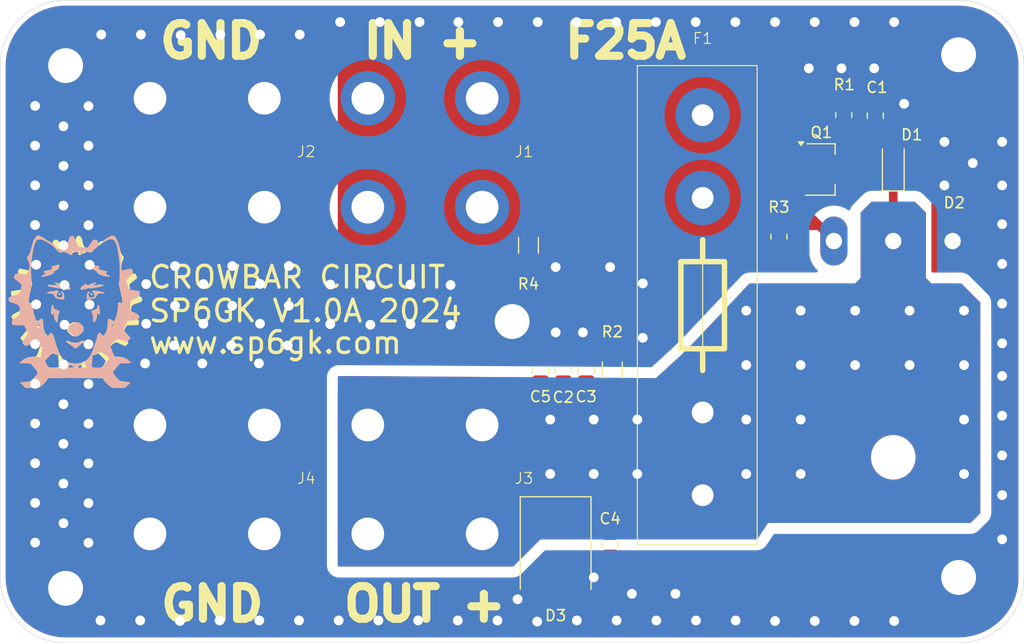
<source format=kicad_pcb>
(kicad_pcb (version 20240108) (generator "pcbnew") (generator_version "8.0")
  (title_block (title "Crowbar circuit for radio equipment") (date "2024-11-24") (rev "1.0A") (company "SP6GK") (comment 1 "PCB Layout"))
  (layers (0 "F.Cu" signal) (31 "B.Cu" signal) (34 "B.Paste" user) (35 "F.Paste" user) (36 "B.SilkS" user "B.Silkscreen") (37 "F.SilkS" user "F.Silkscreen") (38 "B.Mask" user) (39 "F.Mask" user) (44 "Edge.Cuts" user))
  (net 0 "")
  (net 1 "Net-(D1-A)")
  (net 2 "GND")
  (net 3 "Net-(D1-K)")
  (net 4 "Net-(D2-G)")
  (net 5 "Net-(J1-Pin_1)")
  (footprint "Resistor_SMD:R_1206_3216Metric_Pad1.30x1.75mm_HandSolder" (layer "F.Cu") (at 146.5 38.5 -90)
    (property "Reference" "R4" (at 3.55 0 180) (layer "F.SilkS"))
    (property "Value" "4k7")
    (pad "1" smd roundrect (at -1.55 0 270) (size 1.3 1.75) (layers "F.Cu" "F.Paste" "F.Mask") (roundrect_rratio 0.192308) (net 5 "Net-(J1-Pin_1)"))
    (pad "2" smd roundrect (at 1.55 0 270) (size 1.3 1.75) (layers "F.Cu" "F.Paste" "F.Mask") (roundrect_rratio 0.192308) (net 2 "GND"))
  )
  (footprint "Resistor_SMD:R_0805_2012Metric_Pad1.20x1.40mm_HandSolder" (layer "F.Cu") (at 175.45 26.55 90)
    (property "Reference" "R1" (at 2.8 0.05 180) (layer "F.SilkS"))
    (property "Value" "1k")
    (pad "1" smd roundrect (at -1 0 90) (size 1.2 1.4) (layers "F.Cu" "F.Paste" "F.Mask") (roundrect_rratio 0.208333) (net 1 "Net-(D1-A)"))
    (pad "2" smd roundrect (at 1 0 90) (size 1.2 1.4) (layers "F.Cu" "F.Paste" "F.Mask") (roundrect_rratio 0.208333) (net 2 "GND"))
  )
  (footprint "ScrewTerminal_custom:AMT0450001DB0000G" (layer "F.Cu") (at 117 30 -90)
    (property "Reference" "J2" (at -0.1 -9.1 0) (layer "F.SilkS") (effects (font (thickness 0.1))))
    (property "Value" "AMT0450001DB0000G")
    (pad "1" thru_hole circle (at -5 -5.25 270) (size 5 5) (drill 3) (layers "*.Cu" "*.Mask") (net 2 "GND"))
    (pad "1" thru_hole circle (at -5 5.25 270) (size 5 5) (drill 3) (layers "*.Cu" "*.Mask") (net 2 "GND"))
    (pad "1" smd rect (at 0 0 270) (size 16 16) (layers "F.Cu" "F.Paste" "F.Mask") (net 2 "GND"))
    (pad "1" thru_hole circle (at 5 -5.25 270) (size 5 5) (drill 3) (layers "*.Cu" "*.Mask") (net 2 "GND"))
    (pad "1" thru_hole circle (at 5 5.25 270) (size 5 5) (drill 3) (layers "*.Cu" "*.Mask") (net 2 "GND"))
  )
  (footprint "ScrewTerminal_custom:AMT0450001DB0000G" (layer "F.Cu") (at 137 30 -90)
    (property "Reference" "J1" (at -0.1 -9.1 0) (layer "F.SilkS") (effects (font (thickness 0.1))))
    (property "Value" "AMT0450001DB0000G")
    (pad "1" thru_hole circle (at -5 -5.25 270) (size 5 5) (drill 3) (layers "*.Cu" "*.Mask") (net 5 "Net-(J1-Pin_1)"))
    (pad "1" thru_hole circle (at -5 5.25 270) (size 5 5) (drill 3) (layers "*.Cu" "*.Mask") (net 5 "Net-(J1-Pin_1)"))
    (pad "1" smd rect (at 0 0 270) (size 16 16) (layers "F.Cu" "F.Paste" "F.Mask") (net 5 "Net-(J1-Pin_1)"))
    (pad "1" thru_hole circle (at 5 -5.25 270) (size 5 5) (drill 3) (layers "*.Cu" "*.Mask") (net 5 "Net-(J1-Pin_1)"))
    (pad "1" thru_hole circle (at 5 5.25 270) (size 5 5) (drill 3) (layers "*.Cu" "*.Mask") (net 5 "Net-(J1-Pin_1)"))
  )
  (footprint "Resistor_SMD:R_0805_2012Metric_Pad1.20x1.40mm_HandSolder" (layer "F.Cu") (at 169.5 37.7 -90)
    (property "Reference" "R3" (at -2.7 0 180) (layer "F.SilkS"))
    (property "Value" "10k")
    (pad "1" smd roundrect (at -1 0 270) (size 1.2 1.4) (layers "F.Cu" "F.Paste" "F.Mask") (roundrect_rratio 0.208333) (net 4 "Net-(D2-G)"))
    (pad "2" smd roundrect (at 1 0 270) (size 1.2 1.4) (layers "F.Cu" "F.Paste" "F.Mask") (roundrect_rratio 0.208333) (net 2 "GND"))
  )
  (footprint "Capacitor_SMD:C_0805_2012Metric" (layer "F.Cu") (at 151.8 50 90)
    (property "Reference" "C3" (at -2.4 0 180) (layer "F.SilkS"))
    (property "Value" "1u")
    (pad "1" smd roundrect (at -0.95 0 90) (size 1 1.45) (layers "F.Cu" "F.Paste" "F.Mask") (net 3 "Net-(D1-K)"))
    (pad "2" smd roundrect (at 0.95 0 90) (size 1 1.45) (layers "F.Cu" "F.Paste" "F.Mask") (net 2 "GND"))
  )
  (footprint "Capacitor_SMD:C_0805_2012Metric" (layer "F.Cu") (at 154 66 -90)
    (property "Reference" "C4" (at -2.4 0 0) (layer "F.SilkS"))
    (property "Value" "100n")
    (pad "1" smd roundrect (at -0.95 0 270) (size 1 1.45) (layers "F.Cu" "F.Paste" "F.Mask") (net 3 "Net-(D1-K)"))
    (pad "2" smd roundrect (at 0.95 0 270) (size 1 1.45) (layers "F.Cu" "F.Paste" "F.Mask") (net 2 "GND"))
  )
  (footprint "Resistor_SMD:R_1206_3216Metric_Pad1.30x1.75mm_HandSolder" (layer "F.Cu") (at 154.2 49.95 90)
    (property "Reference" "R2" (at 3.5 0 0) (layer "F.SilkS"))
    (property "Value" "4k7")
    (pad "1" smd roundrect (at -1.55 0 90) (size 1.3 1.75) (layers "F.Cu" "F.Paste" "F.Mask") (roundrect_rratio 0.192308) (net 3 "Net-(D1-K)"))
    (pad "2" smd roundrect (at 1.55 0 90) (size 1.3 1.75) (layers "F.Cu" "F.Paste" "F.Mask") (roundrect_rratio 0.192308) (net 2 "GND"))
  )
  (footprint "Package_TO_SOT_THT:TO-247-3_Horizontal_TabDown" (layer "F.Cu") (at 185.45 38.11 180)
    (property "Reference" "D2" (at -0.15 3.51 0) (layer "F.SilkS"))
    (property "Value" "BT155W")
    (pad "" np_thru_hole oval (at 5.45 -19.86 180) (size 3.6 3.6) (drill 3.6) (layers "*.Cu" "*.Mask"))
    (pad "1" thru_hole rect (at 0 0 180) (size 2.5 4.5) (drill 1.5) (layers "*.Cu" "*.Mask") (net 2 "GND"))
    (pad "2" thru_hole oval (at 5.45 0 180) (size 2.5 4.5) (drill 1.5) (layers "*.Cu" "*.Mask") (net 3 "Net-(D1-K)"))
    (pad "3" thru_hole oval (at 10.9 0 180) (size 2.5 4.5) (drill 1.5) (layers "*.Cu" "*.Mask") (net 4 "Net-(D2-G)"))
  )
  (footprint "Diode_SMD:D_SOD-123F" (layer "F.Cu") (at 180 31.3 90)
    (property "Reference" "D1" (at 2.95 1.7 0) (layer "F.SilkS"))
    (property "Value" "15V")
    (pad "1" smd roundrect (at -1.4 0 90) (size 1.1 1.1) (layers "F.Cu" "F.Paste" "F.Mask") (roundrect_rratio 0.2272727273) (net 3 "Net-(D1-K)"))
    (pad "2" smd roundrect (at 1.4 0 90) (size 1.1 1.1) (layers "F.Cu" "F.Paste" "F.Mask") (roundrect_rratio 0.2272727273) (net 1 "Net-(D1-A)"))
  )
  (footprint "Capacitor_SMD:C_0805_2012Metric" (layer "F.Cu") (at 149.7 50 90)
    (property "Reference" "C2" (at -2.45 0 180) (layer "F.SilkS"))
    (property "Value" "100n")
    (pad "1" smd roundrect (at -0.95 0 90) (size 1 1.45) (layers "F.Cu" "F.Paste" "F.Mask") (net 3 "Net-(D1-K)"))
    (pad "2" smd roundrect (at 0.95 0 90) (size 1 1.45) (layers "F.Cu" "F.Paste" "F.Mask") (net 2 "GND"))
  )
  (footprint "Package_TO_SOT_SMD:SOT-89-3" (layer "F.Cu") (at 173.3 31.5375)
    (property "Reference" "Q1" (at 0.1 -3.4 0) (layer "F.SilkS"))
    (property "Value" "BCX56")
    (pad "1" smd roundrect (at -1.95 -1.5) (size 1.3 0.9) (layers "F.Cu" "F.Paste" "F.Mask") (net 1 "Net-(D1-A)"))
    (pad "2" smd custom (at -1.8625 0) (size 1.475 0.9) (layers "F.Cu" "F.Paste" "F.Mask") (net 3 "Net-(D1-K)") (options (clearance outline) (anchor rect)) (primitives (gr_poly (pts (xy 3.8625 0.8665) (xy 0.7375 0.8665) (xy 0.7375 -0.8665) (xy 3.8625 -0.8665)) (width 0) (fill yes))))
    (pad "3" smd roundrect (at -1.95 1.5) (size 1.3 0.9) (layers "F.Cu" "F.Paste" "F.Mask") (net 4 "Net-(D2-G)"))
  )
  (footprint "Capacitor_SMD:C_0805_2012Metric" (layer "F.Cu") (at 147.6 50 90)
    (property "Reference" "C5" (at -2.4 0 180) (layer "F.SilkS"))
    (property "Value" "10n")
    (pad "1" smd roundrect (at -0.95 0 90) (size 1 1.45) (layers "F.Cu" "F.Paste" "F.Mask") (net 3 "Net-(D1-K)"))
    (pad "2" smd roundrect (at 0.95 0 90) (size 1 1.45) (layers "F.Cu" "F.Paste" "F.Mask") (net 2 "GND"))
  )
  (footprint "Capacitor_SMD:C_0805_2012Metric" (layer "F.Cu") (at 178.35 26.6 90)
    (property "Reference" "C1" (at 2.6 0.15 180) (layer "F.SilkS"))
    (property "Value" "100n")
    (pad "1" smd roundrect (at -0.95 0 90) (size 1 1.45) (layers "F.Cu" "F.Paste" "F.Mask") (net 1 "Net-(D1-A)"))
    (pad "2" smd roundrect (at 0.95 0 90) (size 1 1.45) (layers "F.Cu" "F.Paste" "F.Mask") (net 2 "GND"))
  )
  (footprint "ScrewTerminal_custom:AMT0450001DB0000G" (layer "F.Cu") (at 117 60 -90)
    (property "Reference" "J4" (at -0.1 -9.1 0) (layer "F.SilkS") (effects (font (thickness 0.1))))
    (property "Value" "AMT0450001DB0000G")
    (pad "1" thru_hole circle (at -5 -5.25 270) (size 5 5) (drill 3) (layers "*.Cu" "*.Mask") (net 2 "GND"))
    (pad "1" thru_hole circle (at -5 5.25 270) (size 5 5) (drill 3) (layers "*.Cu" "*.Mask") (net 2 "GND"))
    (pad "1" smd rect (at 0 0 270) (size 16 16) (layers "F.Cu" "F.Paste" "F.Mask") (net 2 "GND"))
    (pad "1" thru_hole circle (at 5 -5.25 270) (size 5 5) (drill 3) (layers "*.Cu" "*.Mask") (net 2 "GND"))
    (pad "1" thru_hole circle (at 5 5.25 270) (size 5 5) (drill 3) (layers "*.Cu" "*.Mask") (net 2 "GND"))
  )
  (footprint "logo14" (layer "F.Cu") (at 104.8 44.6)
    (property "Reference" "G***" (hide yes))
    (property "Value" "LOGO" (hide yes))
  )
  (footprint "Fuse_custom:8040.0001SCHURTER" (layer "F.Cu") (at 162.5 44 90)
    (property "Reference" "F1" (at 24.5 0 0) (layer "F.SilkS") (effects (font (thickness 0.1))))
    (property "Value" "25 A Fast")
    (pad "1" thru_hole circle (at -17.45 0 90) (size 5 5) (drill 2) (layers "*.Cu" "*.Mask") (net 3 "Net-(D1-K)"))
    (pad "1" thru_hole circle (at -9.85 0 90) (size 5 5) (drill 2) (layers "*.Cu" "*.Mask") (net 3 "Net-(D1-K)"))
    (pad "2" thru_hole circle (at 9.85 0 90) (size 5 5) (drill 2) (layers "*.Cu" "*.Mask") (net 5 "Net-(J1-Pin_1)"))
    (pad "2" thru_hole circle (at 17.45 0 90) (size 5 5) (drill 2) (layers "*.Cu" "*.Mask") (net 5 "Net-(J1-Pin_1)"))
  )
  (footprint "Diode_SMD:D_SMC" (layer "F.Cu") (at 149 66.5 -90)
    (property "Reference" "D3" (at 6 0 180) (layer "F.SilkS"))
    (property "Value" "1.5SMCJ15CA")
    (pad "1" smd roundrect (at -3.4 0) (size 3.3 2.5) (layers "F.Cu" "F.Paste" "F.Mask") (roundrect_rratio 0.1) (net 3 "Net-(D1-K)"))
    (pad "2" smd roundrect (at 3.4 0) (size 3.3 2.5) (layers "F.Cu" "F.Paste" "F.Mask") (roundrect_rratio 0.1) (net 2 "GND"))
  )
  (footprint "ScrewTerminal_custom:AMT0450001DB0000G" (layer "F.Cu") (at 137 60 -90)
    (property "Reference" "J3" (at -0.1 -9.1 0) (layer "F.SilkS") (effects (font (thickness 0.1))))
    (property "Value" "AMT0450001DB0000G")
    (pad "1" thru_hole circle (at -5 -5.25 270) (size 5 5) (drill 3) (layers "*.Cu" "*.Mask") (net 3 "Net-(D1-K)"))
    (pad "1" thru_hole circle (at -5 5.25 270) (size 5 5) (drill 3) (layers "*.Cu" "*.Mask") (net 3 "Net-(D1-K)"))
    (pad "1" smd rect (at 0 0 270) (size 16 16) (layers "F.Cu" "F.Paste" "F.Mask") (net 3 "Net-(D1-K)"))
    (pad "1" thru_hole circle (at 5 -5.25 270) (size 5 5) (drill 3) (layers "*.Cu" "*.Mask") (net 3 "Net-(D1-K)"))
    (pad "1" thru_hole circle (at 5 5.25 270) (size 5 5) (drill 3) (layers "*.Cu" "*.Mask") (net 3 "Net-(D1-K)"))
  )
  (footprint "logo14" (layer "B.Cu") (at 105 44.6 180)
    (property "Reference" "G***" (hide yes))
    (property "Value" "LOGO" (hide yes))
  )
  (gr_circle (center 186 21) (end 190 21) (stroke (width 0.2)) (fill solid) (layer "F.Cu") (net 2))
  (gr_line (start 104 75) (end 186 75) (stroke (width 0.05)) (layer "Edge.Cuts"))
  (gr_arc (start 98 22) (mid 99.757359 17.757359) (end 104 16) (stroke (width 0.05)) (layer "Edge.Cuts"))
  (gr_arc (start 192 69) (mid 190.242641 73.242641) (end 186 75) (stroke (width 0.05)) (layer "Edge.Cuts"))
  (gr_line (start 98 22) (end 98 69) (stroke (width 0.05)) (layer "Edge.Cuts"))
  (gr_arc (start 186 16) (mid 190.242641 17.757359) (end 192 22) (stroke (width 0.05)) (layer "Edge.Cuts"))
  (gr_line (start 192 69) (end 192 22) (stroke (width 0.05)) (layer "Edge.Cuts"))
  (gr_line (start 186 16) (end 104 16) (stroke (width 0.05)) (layer "Edge.Cuts"))
  (gr_arc (start 104 75) (mid 99.757359 73.242641) (end 98 69) (stroke (width 0.05)) (layer "Edge.Cuts"))
  (gr_text "SP6GK V1.0A 2024" (at 111.5 45.7 0) (layer "F.SilkS") (effects (font (size 2 2) (thickness 0.3)) (justify left bottom)))
  (gr_text "GND" (at 112.4 73.2 0) (layer "F.SilkS") (effects (font (size 3 3) (thickness 0.75) (bold yes)) (justify left bottom)))
  (gr_text "IN +" (at 131 21.5 0) (layer "F.SilkS") (effects (font (size 3 3) (thickness 0.75) (bold yes)) (justify left bottom)))
  (gr_text "CROWBAR CIRCUIT" (at 111.5 42.6 0) (layer "F.SilkS") (effects (font (size 2 2) (thickness 0.3)) (justify left bottom)))
  (gr_text "www.sp6gk.com\n" (at 111.5 48.6 0) (layer "F.SilkS") (effects (font (size 2 2) (thickness 0.3)) (justify left bottom)))
  (gr_text "GND" (at 112.3 21.5 0) (layer "F.SilkS") (effects (font (size 3 3) (thickness 0.75) (bold yes)) (justify left bottom)))
  (gr_text "F25A" (at 149.5 21.5 0) (layer "F.SilkS") (effects (font (size 3 3) (thickness 0.75) (bold yes)) (justify left bottom)))
  (gr_text "OUT +" (at 129.2 73.2 0) (layer "F.SilkS") (effects (font (size 3 3) (thickness 0.75) (bold yes)) (justify left bottom)))
  (segment (start 173.267395 28.120104) (end 171.35 30.0375) (width 0.8) (layer "F.Cu") (net 1))
  (segment (start 174.64375 27.55) (end 175.45 27.55) (width 0.8) (layer "F.Cu") (net 1))
  (segment (start 178.625 27.55) (end 178.075 27.55) (width 0.8) (layer "F.Cu") (net 1))
  (segment (start 180 29.275) (end 180 29.9) (width 0.8) (layer "F.Cu") (net 1))
  (segment (start 179.558058 28.208058) (end 179.094454 27.744454) (width 0.8) (layer "F.Cu") (net 1))
  (segment (start 178.075 27.55) (end 175.45 27.55) (width 0.8) (layer "F.Cu") (net 1))
  (arc (start 179.558058 28.208058) (mid 179.885143 28.697575) (end 180 29.275) (width 0.8) (layer "F.Cu") (net 1))
  (arc (start 179.094454 27.744454) (mid 178.879066 27.600536) (end 178.625 27.55) (width 0.8) (layer "F.Cu") (net 1))
  (arc (start 174.64375 27.55) (mid 173.898872 27.698165) (end 173.267395 28.120104) (width 0.8) (layer "F.Cu") (net 1))
  (segment (start 157 47) (end 157.375 47) (width 1.2) (layer "F.Cu") (net 2))
  (segment (start 167.775 38.7) (end 169.5 38.7) (width 1.2) (layer "F.Cu") (net 2))
  (segment (start 158.015165 46.734834) (end 164.83024 39.919759) (width 1.2) (layer "F.Cu") (net 2))
  (via (at 106.1 29.363044) (size 1.8) (drill 0.9) (layers "F.Cu" "B.Cu") (net 2))
  (via (at 175.25 22.25) (size 1.8) (drill 0.9) (layers "F.Cu" "B.Cu") (net 2))
  (via (at 118.139132 72.95) (size 1.8) (drill 0.9) (layers "F.Cu" "B.Cu") (net 2))
  (via (at 111.3 49.35) (size 1.8) (drill 0.9) (layers "F.Cu" "B.Cu") (net 2))
  (via (at 103.8 53.086956) (size 1.8) (drill 0.9) (layers "F.Cu" "B.Cu") (net 2))
  (via (at 187.3 30.95) (size 1.8) (drill 0.9) (layers "F.Cu" "B.Cu") (net 2))
  (via (at 111.4 42.058696) (size 1.8) (drill 0.9) (layers "F.Cu" "B.Cu") (net 2))
  (via (at 124.5 40.4) (size 1.8) (drill 0.9) (layers "F.Cu" "B.Cu") (net 2))
  (via (at 158.208696 18) (size 1.8) (drill 0.9) (layers "F.Cu" "B.Cu") (net 2))
  (via (at 152.5 69) (size 1.8) (drill 0.9) (layers "F.Cu" "B.Cu") (net 2))
  (via (at 106.1 65.819564) (size 1.8) (drill 0.9) (layers "F.Cu" "B.Cu") (net 2))
  (via (at 103.8 34.858696) (size 1.8) (drill 0.9) (layers "F.Cu" "B.Cu") (net 2))
  (via (at 128.3 45.745652) (size 1.8) (drill 0.9) (layers "F.Cu" "B.Cu") (net 2))
  (via (at 129.208696 18) (size 1.8) (drill 0.9) (layers "F.Cu" "B.Cu") (net 2))
  (via (at 149 40.5) (size 1.8) (drill 0.9) (layers "F.Cu" "B.Cu") (net 2))
  (via (at 180.082608 18) (size 1.8) (drill 0.9) (layers "F.Cu" "B.Cu") (net 2))
  (via (at 106.1 47.591304) (size 1.8) (drill 0.9) (layers "F.Cu" "B.Cu") (net 2))
  (via (at 119.3 40.408696) (size 1.8) (drill 0.9) (layers "F.Cu" "B.Cu") (net 2))
  (via (at 124.4 47.691304) (size 1.8) (drill 0.9) (layers "F.Cu" "B.Cu") (net 2))
  (via (at 101.2 32.991304) (size 1.8) (drill 0.9) (layers "F.Cu" "B.Cu") (net 2))
  (via (at 103.8 31.213044) (size 1.8) (drill 0.9) (layers "F.Cu" "B.Cu") (net 2))
  (via (at 176.436956 18) (size 1.8) (drill 0.9) (layers "F.Cu" "B.Cu") (net 2))
  (via (at 101.2 36.636956) (size 1.8) (drill 0.9) (layers "F.Cu" "B.Cu") (net 2))
  (via (at 106.1 62.173912) (size 1.8) (drill 0.9) (layers "F.Cu" "B.Cu") (net 2))
  (via (at 110.847828 72.95) (size 1.8) (drill 0.9) (layers "F.Cu" "B.Cu") (net 2))
  (via (at 107.202176 72.95) (size 1.8) (drill 0.9) (layers "F.Cu" "B.Cu") (net 2))
  (via (at 140.013044 72.95) (size 1.8) (drill 0.9) (layers "F.Cu" "B.Cu") (net 2))
  (via (at 114.49348 73) (size 1.8) (drill 0.9) (layers "F.Cu" "B.Cu") (net 2))
  (via (at 116.65 42.058696) (size 1.8) (drill 0.9) (layers "F.Cu" "B.Cu") (net 2))
  (via (at 104 70) (size 5) (drill 3.2) (layers "F.Cu" "B.Cu") (net 2))
  (via (at 110.917392 19.15) (size 1.8) (drill 0.9) (layers "F.Cu" "B.Cu") (net 2))
  (via (at 154 40.5) (size 1.8) (drill 0.9) (layers "F.Cu" "B.Cu") (net 2))
  (via (at 135.666666 42.1) (size 1.8) (drill 0.9) (layers "F.Cu" "B.Cu") (net 2))
  (via (at 136.5 18) (size 1.8) (drill 0.9) (layers "F.Cu" "B.Cu") (net 2))
  (via (at 125.430436 72.95) (size 1.8) (drill 0.9) (layers "F.Cu" "B.Cu") (net 2))
  (via (at 103.8 49.441304) (size 1.8) (drill 0.9) (layers "F.Cu" "B.Cu") (net 2))
  (via (at 147.304348 73.05) (size 1.8) (drill 0.9) (layers "F.Cu" "B.Cu") (net 2))
  (via (at 103.8 64.023912) (size 1.8) (drill 0.9) (layers "F.Cu" "B.Cu") (net 2))
  (via (at 150.917392 18) (size 1.8) (drill 0.9) (layers "F.Cu" "B.Cu") (net 2))
  (via (at 101.2 62.15652) (size 1.8) (drill 0.9) (layers "F.Cu" "B.Cu") (net 2))
  (via (at 158.241304 72.95) (size 1.8) (drill 0.9) (layers "F.Cu" "B.Cu") (net 2))
  (via (at 101.2 51.219564) (size 1.8) (drill 0.9) (layers "F.Cu" "B.Cu") (net 2))
  (via (at 121.75 49.341304) (size 1.8) (drill 0.9) (layers "F.Cu" "B.Cu") (net 2))
  (via (at 161.886956 72.95) (size 1.8) (drill 0.9) (layers "F.Cu" "B.Cu") (net 2))
  (via (at 184.7 29) (size 1.8) (drill 0.9) (layers "F.Cu" "B.Cu") (net 2))
  (via (at 190 50.5) (size 1.8) (drill 0.9) (layers "F.Cu" "B.Cu") (net 2))
  (via (at 176.436956 73) (size 1.8) (drill 0.9) (layers "F.Cu" "B.Cu") (net 2))
  (via (at 103.8 38.504348) (size 1.8) (drill 0.9) (layers "F.Cu" "B.Cu") (net 2))
  (via (at 132.854348 18) (size 1.8) (drill 0.9) (layers "F.Cu" "B.Cu") (net 2))
  (via (at 143.708696 18) (size 1.8) (drill 0.9) (layers "F.Cu" "B.Cu") (net 2))
  (via (at 125.5 19.15) (size 1.8) (drill 0.9) (layers "F.Cu" "B.Cu") (net 2))
  (via (at 103.9 45.795652) (size 1.8) (drill 0.9) (layers "F.Cu" "B.Cu") (net 2))
  (via (at 135.666666 45.745652) (size 1.8) (drill 0.9) (layers "F.Cu" "B.Cu") (net 2))
  (via (at 106.1 36.654348) (size 1.8) (drill 0.9) (layers "F.Cu" "B.Cu") (net 2))
  (via (at 190 61.436956) (size 1.8) (drill 0.9) (layers "F.Cu" "B.Cu") (net 2))
  (via (at 172.791304 18) (size 1.8) (drill 0.9) (layers "F.Cu" "B.Cu") (net 2))
  (via (at 190 54.145652) (size 1.8) (drill 0.9) (layers "F.Cu" "B.Cu") (net 2))
  (via (at 129.076088 72.95) (size 1.8) (drill 0.9) (layers "F.Cu" "B.Cu") (net 2))
  (via (at 156 70.5) (size 1.8) (drill 0.9) (layers "F.Cu" "B.Cu") (net 2))
  (via (at 116.65 45.704348) (size 1.8) (drill 0.9) (layers "F.Cu" "B.Cu") (net 2))
  (via (at 190 47.5) (size 1.8) (drill 0.9) (layers "F.Cu" "B.Cu") (net 2))
  (via (at 116.55 49.35) (size 1.8) (drill 0.9) (layers "F.Cu" "B.Cu") (net 2))
  (via (at 190 40.208696) (size 1.8) (drill 0.9) (layers "F.Cu" "B.Cu") (net 2))
  (via (at 172.791304 73) (size 1.8) (drill 0.9) (layers "F.Cu" "B.Cu") (net 2))
  (via (at 101.3 43.92826) (size 1.8) (drill 0.9) (layers "F.Cu" "B.Cu") (net 2))
  (via (at 106.1 54.882608) (size 1.8) (drill 0.9) (layers "F.Cu" "B.Cu") (net 2))
  (via (at 157 42) (size 1.8) (drill 0.9) (layers "F.Cu" "B.Cu") (net 2))
  (via (at 190 33) (size 1.8) (drill 0.9) (layers "F.Cu" "B.Cu") (net 2))
  (via (at 132.72174 72.95) (size 1.8) (drill 0.9) (layers "F.Cu" "B.Cu") (net 2))
  (via (at 178.25 22.25) (size 1.8) (drill 0.9) (layers "F.Cu" "B.Cu") (net 2))
  (via (at 101.2 54.865216) (size 1.8) (drill 0.9) (layers "F.Cu" "B.Cu") (net 2))
  (via (at 101.3 40.282608) (size 1.8) (drill 0.9) (layers "F.Cu" "B.Cu") (net 2))
  (via (at 106.2 40.3) (size 1.8) (drill 0.9) (layers "F.Cu" "B.Cu") (net 2))
  (via (at 106.1 25.717392) (size 1.8) (drill 0.9) (layers "F.Cu" "B.Cu") (net 2))
  (via (at 121.85 45.695652) (size 1.8) (drill 0.9) (layers "F.Cu" "B.Cu") (net 2))
  (via (at 118.208696 19.15) (size 1.8) (drill 0.9) (layers "F.Cu" "B.Cu") (net 2))
  (via (at 154.595652 72.95) (size 1.8) (drill 0.9) (layers "F.Cu" "B.Cu") (net 2))
  (via (at 150.95 72.95) (size 1.8) (drill 0.9) (layers "F.Cu" "B.Cu") (net 2))
  (via (at 140.063044 18) (size 1.8) (drill 0.9) (layers "F.Cu" "B.Cu") (net 2))
  (via (at 119.3 44.054348) (size 1.8) (drill 0.9) (layers "F.Cu" "B.Cu") (net 2))
  (via (at 101.2 65.802172) (size 1.8) (drill 0.9) (layers "F.Cu" "B.Cu") (net 2))
  (via (at 103.8 56.732608) (size 1.8) (drill 0.9) (layers "F.Cu" "B.Cu") (net 2))
  (via (at 190 43.854348) (size 1.8) (drill 0.9) (layers "F.Cu" "B.Cu") (net 2))
  (via (at 151.5 46.5) (size 1.8) (drill 0.9) (layers "F.Cu" "B.Cu") (net 2))
  (via (at 172.25 22.25) (size 1.8) (drill 0.9) (layers "F.Cu" "B.Cu") (net 2))
  (via (at 131.983333 42.15) (size 1.8) (drill 0.9) (layers "F.Cu" "B.Cu") (net 2))
  (via (at 190 57.791304) (size 1.8) (drill 0.9) (layers "F.Cu" "B.Cu") (net 2))
  (via (at 186 69) (size 5) (drill 3.2) (layers "F.Cu" "B.Cu") (net 2))
  (via (at 121.784784 72.95) (size 1.8) (drill 0.9) (layers "F.Cu" "B.Cu") (net 2))
  (via (at 128.3 42.1) (size 1.8) (drill 0.9) (layers "F.Cu" "B.Cu") (net 2))
  (via (at 103.8 27.567392) (size 1.8) (drill 0.9) (layers "F.Cu" "B.Cu") (net 2))
  (via (at 190 29) (size 1.8) (drill 0.9) (layers "F.Cu" "B.Cu") (net 2))
  (via (at 143.658696 72.95) (size 1.8) (drill 0.9) (layers "F.Cu" "B.Cu") (net 2))
  (via (at 165.5 18) (size 1.8) (drill 0.9) (layers "F.Cu" "B.Cu") (net 2))
  (via (at 139.35 45.795652) (size 1.8) (drill 0.9) (layers "F.Cu" "B.Cu") (net 2))
  (via (at 165.532608 72.95) (size 1.8) (drill 0.9) (layers "F.Cu" "B.Cu") (net 2))
  (via (at 114.563044 19.2) (size 1.8) (drill 0.9) (layers "F.Cu" "B.Cu") (net 2))
  (via (at 114.05 44.054348) (size 1.8) (drill 0.9) (layers "F.Cu" "B.Cu") (net 2))
  (via (at 131.983333 45.795652) (size 1.8) (drill 0.9) (layers "F.Cu" "B.Cu") (net 2))
  (via (at 107.27174 19.15) (size 1.8) (drill 0.9) (layers "F.Cu" "B.Cu") (net 2))
  (via (at 104 22) (size 5) (drill 3.2) (layers "F.Cu" "B.Cu") (net 2))
  (via (at 119.2 47.7) (size 1.8) (drill 0.9) (layers "F.Cu" "B.Cu") (net 2))
  (via (at 145.5 71) (size 1.8) (drill 0.9) (layers "F.Cu" "B.Cu") (net 2))
  (via (at 111.4 45.704348) (size 1.8) (drill 0.9) (layers "F.Cu" "B.Cu") (net 2))
  (via (at 136.367392 72.95) (size 1.8) (drill 0.9) (layers "F.Cu" "B.Cu") (net 2))
  (via (at 124.5 44.045652) (size 1.8) (drill 0.9) (layers "F.Cu" "B.Cu") (net 2))
  (via (at 113.95 47.7) (size 1.8) (drill 0.9) (layers "F.Cu" "B.Cu") (net 2))
  (via (at 145 45.5) (size 5) (drill 3.2) (layers "F.Cu" "B.Cu") (net 2))
  (via (at 186 21) (size 5) (drill 3.2) (layers "F.Cu" "B.Cu") (net 2))
  (via (at 101.2 25.7) (size 1.8) (drill 0.9) (layers "F.Cu" "B.Cu") (net 2))
  (via (at 103.8 60.37826) (size 1.8) (drill 0.9) (layers "F.Cu" "B.Cu") (net 2))
  (via (at 190 36.563044) (size 1.8) (drill 0.9) (layers "F.Cu" "B.Cu") (net 2))
  (via (at 147.354348 18) (size 1.8) (drill 0.9) (layers "F.Cu" "B.Cu") (net 2))
  (via (at 101.2 58.510868) (size 1.8) (drill 0.9) (layers "F.Cu" "B.Cu") (net 2))
  (via (at 103.9 42.15) (size 1.8) (drill 0.9) (layers "F.Cu" "B.Cu") (net 2))
  (via (at 190 65.5) (size 1.8) (drill 0.9) (layers "F.Cu" "B.Cu") (net 2))
  (via (at 101.2 47.573912) (size 1.8) (drill 0.9) (layers "F.Cu" "B.Cu") (net 2))
  (via (at 106.1 51.236956) (size 1.8) (drill 0.9) (layers "F.Cu" "B.Cu") (net 2))
  (via (at 114.05 40.408696) (size 1.8) (drill 0.9) (layers "F.Cu" "B.Cu") (net 2))
  (via (at 169.145652 73) (size 1.8) (drill 0.9) (layers "F.Cu" "B.Cu") (net 2))
  (via (at 181 25.5) (size 1.8) (drill 0.9) (layers "F.Cu" "B.Cu") (net 2))
  (via (at 184.7 33) (size 1.8) (drill 0.9) (layers "F.Cu" "B.Cu") (net 2))
  (via (at 106.2 43.945652) (size 1.8) (drill 0.9) (layers "F.Cu" "B.Cu") (net 2))
  (via (at 121.85 42.05) (size 1.8) (drill 0.9) (layers "F.Cu" "B.Cu") (net 2))
  (via (at 101.2 29.345652) (size 1.8) (drill 0.9) (layers "F.Cu" "B.Cu") (net 2))
  (via (at 149 46.5) (size 1.8) (drill 0.9) (layers "F.Cu" "B.Cu") (net 2))
  (via (at 161.854348 18) (size 1.8) (drill 0.9) (layers "F.Cu" "B.Cu") (net 2))
  (via (at 169.145652 18) (size 1.8) (drill 0.9) (layers "F.Cu" "B.Cu") (net 2))
  (via (at 106.1 33.008696) (size 1.8) (drill 0.9) (layers "F.Cu" "B.Cu") (net 2))
  (via (at 106.1 58.52826) (size 1.8) (drill 0.9) (layers "F.Cu" "B.Cu") (net 2))
  (via (at 139.35 42.15) (size 1.8) (drill 0.9) (layers "F.Cu" "B.Cu") (net 2))
  (via (at 157 47) (size 1.8) (drill 0.9) (layers "F.Cu" "B.Cu") (net 2))
  (via (at 154.563044 18) (size 1.8) (drill 0.9) (layers "F.Cu" "B.Cu") (net 2))
  (via (at 121.854348 19.15) (size 1.8) (drill 0.9) (layers "F.Cu" "B.Cu") (net 2))
  (via (at 160 70.5) (size 1.8) (drill 0.9) (layers "F.Cu" "B.Cu") (net 2))
  (via (at 180.082608 73) (size 1.8) (drill 0.9) (layers "F.Cu" "B.Cu") (net 2))
  (arc (start 167.775 38.7) (mid 166.181307 39.017005) (end 164.83024 39.919759) (width 1.2) (layer "F.Cu") (net 2))
  (arc (start 158.015165 46.734834) (mid 157.721454 46.931085) (end 157.375 47) (width 1.2) (layer "F.Cu") (net 2))
  (segment (start 180 32.7) (end 180 38.11) (width 0.8) (layer "F.Cu") (net 3))
  (segment (start 178.015488 31.5375) (end 171.4375 31.5375) (width 0.8) (layer "F.Cu") (net 3))
  (segment (start 180 32.7) (end 179.41875 32.11875) (width 0.8) (layer "F.Cu") (net 3))
  (via (at 166.5 54.5) (size 1.8) (drill 0.9) (layers "F.Cu" "B.Cu") (net 3))
  (via (at 181.5 44.5) (size 1.8) (drill 0.9) (layers "F.Cu" "B.Cu") (net 3))
  (via (at 186.5 54.5) (size 1.8) (drill 0.9) (layers "F.Cu" "B.Cu") (net 3))
  (via (at 166.5 44.5) (size 1.8) (drill 0.9) (layers "F.Cu" "B.Cu") (net 3))
  (via (at 186.5 49.5) (size 1.8) (drill 0.9) (layers "F.Cu" "B.Cu") (net 3))
  (via (at 166.5 49.5) (size 1.8) (drill 0.9) (layers "F.Cu" "B.Cu") (net 3))
  (via (at 176.5 44.5) (size 1.8) (drill 0.9) (layers "F.Cu" "B.Cu") (net 3))
  (via (at 166.5 59.5) (size 1.8) (drill 0.9) (layers "F.Cu" "B.Cu") (net 3))
  (via (at 148.5 59.5) (size 1.8) (drill 0.9) (layers "F.Cu" "B.Cu") (net 3))
  (via (at 171.5 59.5) (size 1.8) (drill 0.9) (layers "F.Cu" "B.Cu") (net 3))
  (via (at 152.5 54.5) (size 1.8) (drill 0.9) (layers "F.Cu" "B.Cu") (net 3))
  (via (at 186.5 59.5) (size 1.8) (drill 0.9) (layers "F.Cu" "B.Cu") (net 3))
  (via (at 156.5 59.5) (size 1.8) (drill 0.9) (layers "F.Cu" "B.Cu") (net 3))
  (via (at 171.5 54.5) (size 1.8) (drill 0.9) (layers "F.Cu" "B.Cu") (net 3))
  (via (at 181.5 49.5) (size 1.8) (drill 0.9) (layers "F.Cu" "B.Cu") (net 3))
  (via (at 171.5 44.5) (size 1.8) (drill 0.9) (layers "F.Cu" "B.Cu") (net 3))
  (via (at 156.5 54.5) (size 1.8) (drill 0.9) (layers "F.Cu" "B.Cu") (net 3))
  (via (at 148.5 54.5) (size 1.8) (drill 0.9) (layers "F.Cu" "B.Cu") (net 3))
  (via (at 176.5 49.5) (size 1.8) (drill 0.9) (layers "F.Cu" "B.Cu") (net 3))
  (via (at 171.5 49.5) (size 1.8) (drill 0.9) (layers "F.Cu" "B.Cu") (net 3))
  (via (at 186.5 44.5) (size 1.8) (drill 0.9) (layers "F.Cu" "B.Cu") (net 3))
  (via (at 152.5 59.5) (size 1.8) (drill 0.9) (layers "F.Cu" "B.Cu") (net 3))
  (arc (start 179.41875 32.11875) (mid 178.774927 31.688561) (end 178.015488 31.5375) (width 0.8) (layer "F.Cu") (net 3))
  (segment (start 174.528786 38.028786) (end 171.990815 35.490815) (width 0.8) (layer "F.Cu") (net 4))
  (segment (start 174.55 38.08) (end 174.55 38.11) (width 0.6) (layer "F.Cu") (net 4))
  (segment (start 171.35 33.94375) (end 171.35 33.0375) (width 0.8) (layer "F.Cu") (net 4))
  (segment (start 169.5 36.7) (end 173.14 36.7) (width 0.8) (layer "F.Cu") (net 4))
  (arc (start 171.35 33.94375) (mid 171.516542 34.781015) (end 171.990815 35.490815) (width 0.8) (layer "F.Cu") (net 4))
  (arc (start 174.528786 38.028786) (mid 174.544486 38.052283) (end 174.55 38.08) (width 0.8) (layer "F.Cu") (net 4))
  (zone (net 5) (net_name "Net-(J1-Pin_1)") (layer "F.Cu") (connect_pads yes (clearance 0.5)) (min_thickness 0.25) (fill yes (thermal_gap 0.5) (thermal_bridge_width 2))
    (polygon (pts (xy 129 38.5) (xy 163.75 38.5) (xy 166.5 36) (xy 166.5 24) (xy 163.25 20.5) (xy 129 20.5)))
  )
  (zone (net 2) (net_name "GND") (layer "F.Cu") (priority 4) (connect_pads yes (clearance 1)) (min_thickness 0.25) (fill yes (thermal_gap 1) (thermal_bridge_width 2))
    (polygon (pts (xy 126.5 39) (xy 128.5 39.5) (xy 156.2 39.5) (xy 158.25 41.5) (xy 158.25 48) (xy 156.8 49.55) (xy 128.5 49.5) (xy 126.5 50.5)))
  )
  (zone (net 2) (net_name "GND") (layer "F.Cu") (priority 5) (connect_pads yes (clearance 0)) (min_thickness 0.25) (fill yes (thermal_gap 0.5) (thermal_bridge_width 0.5))
    (polygon (pts (xy 126.5 75) (xy 192 75) (xy 192 16) (xy 126.5 16) (xy 126.5 19) (xy 178 19) (xy 183.5 26) (xy 183.5 41) (xy 187 41) (xy 189 42.75) (xy 189.1 64.1) (xy 187.9 65.5) (xy 169.5 65.5) (xy 168.4 67) (xy 148.5 67) (xy 146 69.5) (xy 126.5 69.5)))
  )
  (zone (net 2) (net_name "GND") (layer "F.Cu") (priority 7) (connect_pads yes (clearance 0)) (min_thickness 0.25) (fill yes (thermal_gap 0.5) (thermal_bridge_width 0.5))
    (polygon (pts (xy 173.5 26) (xy 166.75 19) (xy 178 19) (xy 183.5 26) (xy 183.5 34.5) (xy 182.25 33.25) (xy 182.25 29) (xy 179.25 26)))
  )
  (zone (net 2) (net_name "GND") (layer "F.Cu") (priority 3) (connect_pads yes (clearance 0.5)) (min_thickness 0.25) (fill yes (thermal_gap 0.5) (thermal_bridge_width 2))
    (polygon (pts (xy 98 75) (xy 126.5 75) (xy 126.5 16) (xy 98 16)))
  )
  (zone (net 3) (net_name "Net-(D1-K)") (layers "F&B.Cu") (priority 1) (connect_pads yes (clearance 0)) (min_thickness 0.25) (fill yes (thermal_gap 0.5) (thermal_bridge_width 0.5))
    (polygon (pts (xy 129 68) (xy 145.1 68) (xy 147.6 65.5) (xy 167.5 65.5) (xy 168.5 64) (xy 187.1 64) (xy 188 63.1) (xy 188 43.75) (xy 186.25 42) (xy 183.5 42) (xy 183 41.5) (xy 183 35.5) (xy 182 34.5) (xy 178 34.5) (xy 177 35.5) (xy 177 41.5) (xy 176.5 42) (xy 171 42) (xy 170.2 42) (xy 166.8 42) (xy 161.7 47.4) (xy 160.5 48.6) (xy 158.2 50.7) (xy 129 50.5)))
  )
  (zone (net 2) (net_name "GND") (layer "B.Cu") (connect_pads yes (clearance 1)) (min_thickness 0.25) (fill yes (thermal_gap 1) (thermal_bridge_width 2))
    (polygon (pts (xy 98 16) (xy 192 16) (xy 192 75) (xy 98 75)))
  )
)
</source>
